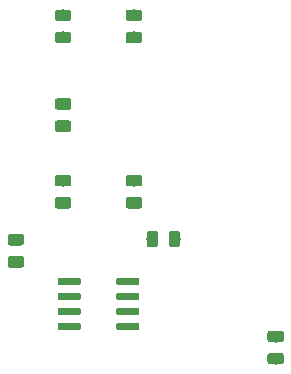
<source format=gbr>
G04 #@! TF.GenerationSoftware,KiCad,Pcbnew,5.1.2-f72e74a~84~ubuntu18.04.1*
G04 #@! TF.CreationDate,2019-05-17T10:17:23-07:00*
G04 #@! TF.ProjectId,NewVNA,4e657756-4e41-42e6-9b69-6361645f7063,CAT V.2*
G04 #@! TF.SameCoordinates,Original*
G04 #@! TF.FileFunction,Paste,Top*
G04 #@! TF.FilePolarity,Positive*
%FSLAX46Y46*%
G04 Gerber Fmt 4.6, Leading zero omitted, Abs format (unit mm)*
G04 Created by KiCad (PCBNEW 5.1.2-f72e74a~84~ubuntu18.04.1) date 2019-05-17 10:17:23*
%MOMM*%
%LPD*%
G04 APERTURE LIST*
%ADD10C,0.100000*%
%ADD11C,0.600000*%
%ADD12C,0.975000*%
G04 APERTURE END LIST*
D10*
G36*
X53314703Y-52295722D02*
G01*
X53329264Y-52297882D01*
X53343543Y-52301459D01*
X53357403Y-52306418D01*
X53370710Y-52312712D01*
X53383336Y-52320280D01*
X53395159Y-52329048D01*
X53406066Y-52338934D01*
X53415952Y-52349841D01*
X53424720Y-52361664D01*
X53432288Y-52374290D01*
X53438582Y-52387597D01*
X53443541Y-52401457D01*
X53447118Y-52415736D01*
X53449278Y-52430297D01*
X53450000Y-52445000D01*
X53450000Y-52745000D01*
X53449278Y-52759703D01*
X53447118Y-52774264D01*
X53443541Y-52788543D01*
X53438582Y-52802403D01*
X53432288Y-52815710D01*
X53424720Y-52828336D01*
X53415952Y-52840159D01*
X53406066Y-52851066D01*
X53395159Y-52860952D01*
X53383336Y-52869720D01*
X53370710Y-52877288D01*
X53357403Y-52883582D01*
X53343543Y-52888541D01*
X53329264Y-52892118D01*
X53314703Y-52894278D01*
X53300000Y-52895000D01*
X51650000Y-52895000D01*
X51635297Y-52894278D01*
X51620736Y-52892118D01*
X51606457Y-52888541D01*
X51592597Y-52883582D01*
X51579290Y-52877288D01*
X51566664Y-52869720D01*
X51554841Y-52860952D01*
X51543934Y-52851066D01*
X51534048Y-52840159D01*
X51525280Y-52828336D01*
X51517712Y-52815710D01*
X51511418Y-52802403D01*
X51506459Y-52788543D01*
X51502882Y-52774264D01*
X51500722Y-52759703D01*
X51500000Y-52745000D01*
X51500000Y-52445000D01*
X51500722Y-52430297D01*
X51502882Y-52415736D01*
X51506459Y-52401457D01*
X51511418Y-52387597D01*
X51517712Y-52374290D01*
X51525280Y-52361664D01*
X51534048Y-52349841D01*
X51543934Y-52338934D01*
X51554841Y-52329048D01*
X51566664Y-52320280D01*
X51579290Y-52312712D01*
X51592597Y-52306418D01*
X51606457Y-52301459D01*
X51620736Y-52297882D01*
X51635297Y-52295722D01*
X51650000Y-52295000D01*
X53300000Y-52295000D01*
X53314703Y-52295722D01*
X53314703Y-52295722D01*
G37*
D11*
X52475000Y-52595000D03*
D10*
G36*
X53314703Y-53565722D02*
G01*
X53329264Y-53567882D01*
X53343543Y-53571459D01*
X53357403Y-53576418D01*
X53370710Y-53582712D01*
X53383336Y-53590280D01*
X53395159Y-53599048D01*
X53406066Y-53608934D01*
X53415952Y-53619841D01*
X53424720Y-53631664D01*
X53432288Y-53644290D01*
X53438582Y-53657597D01*
X53443541Y-53671457D01*
X53447118Y-53685736D01*
X53449278Y-53700297D01*
X53450000Y-53715000D01*
X53450000Y-54015000D01*
X53449278Y-54029703D01*
X53447118Y-54044264D01*
X53443541Y-54058543D01*
X53438582Y-54072403D01*
X53432288Y-54085710D01*
X53424720Y-54098336D01*
X53415952Y-54110159D01*
X53406066Y-54121066D01*
X53395159Y-54130952D01*
X53383336Y-54139720D01*
X53370710Y-54147288D01*
X53357403Y-54153582D01*
X53343543Y-54158541D01*
X53329264Y-54162118D01*
X53314703Y-54164278D01*
X53300000Y-54165000D01*
X51650000Y-54165000D01*
X51635297Y-54164278D01*
X51620736Y-54162118D01*
X51606457Y-54158541D01*
X51592597Y-54153582D01*
X51579290Y-54147288D01*
X51566664Y-54139720D01*
X51554841Y-54130952D01*
X51543934Y-54121066D01*
X51534048Y-54110159D01*
X51525280Y-54098336D01*
X51517712Y-54085710D01*
X51511418Y-54072403D01*
X51506459Y-54058543D01*
X51502882Y-54044264D01*
X51500722Y-54029703D01*
X51500000Y-54015000D01*
X51500000Y-53715000D01*
X51500722Y-53700297D01*
X51502882Y-53685736D01*
X51506459Y-53671457D01*
X51511418Y-53657597D01*
X51517712Y-53644290D01*
X51525280Y-53631664D01*
X51534048Y-53619841D01*
X51543934Y-53608934D01*
X51554841Y-53599048D01*
X51566664Y-53590280D01*
X51579290Y-53582712D01*
X51592597Y-53576418D01*
X51606457Y-53571459D01*
X51620736Y-53567882D01*
X51635297Y-53565722D01*
X51650000Y-53565000D01*
X53300000Y-53565000D01*
X53314703Y-53565722D01*
X53314703Y-53565722D01*
G37*
D11*
X52475000Y-53865000D03*
D10*
G36*
X53314703Y-54835722D02*
G01*
X53329264Y-54837882D01*
X53343543Y-54841459D01*
X53357403Y-54846418D01*
X53370710Y-54852712D01*
X53383336Y-54860280D01*
X53395159Y-54869048D01*
X53406066Y-54878934D01*
X53415952Y-54889841D01*
X53424720Y-54901664D01*
X53432288Y-54914290D01*
X53438582Y-54927597D01*
X53443541Y-54941457D01*
X53447118Y-54955736D01*
X53449278Y-54970297D01*
X53450000Y-54985000D01*
X53450000Y-55285000D01*
X53449278Y-55299703D01*
X53447118Y-55314264D01*
X53443541Y-55328543D01*
X53438582Y-55342403D01*
X53432288Y-55355710D01*
X53424720Y-55368336D01*
X53415952Y-55380159D01*
X53406066Y-55391066D01*
X53395159Y-55400952D01*
X53383336Y-55409720D01*
X53370710Y-55417288D01*
X53357403Y-55423582D01*
X53343543Y-55428541D01*
X53329264Y-55432118D01*
X53314703Y-55434278D01*
X53300000Y-55435000D01*
X51650000Y-55435000D01*
X51635297Y-55434278D01*
X51620736Y-55432118D01*
X51606457Y-55428541D01*
X51592597Y-55423582D01*
X51579290Y-55417288D01*
X51566664Y-55409720D01*
X51554841Y-55400952D01*
X51543934Y-55391066D01*
X51534048Y-55380159D01*
X51525280Y-55368336D01*
X51517712Y-55355710D01*
X51511418Y-55342403D01*
X51506459Y-55328543D01*
X51502882Y-55314264D01*
X51500722Y-55299703D01*
X51500000Y-55285000D01*
X51500000Y-54985000D01*
X51500722Y-54970297D01*
X51502882Y-54955736D01*
X51506459Y-54941457D01*
X51511418Y-54927597D01*
X51517712Y-54914290D01*
X51525280Y-54901664D01*
X51534048Y-54889841D01*
X51543934Y-54878934D01*
X51554841Y-54869048D01*
X51566664Y-54860280D01*
X51579290Y-54852712D01*
X51592597Y-54846418D01*
X51606457Y-54841459D01*
X51620736Y-54837882D01*
X51635297Y-54835722D01*
X51650000Y-54835000D01*
X53300000Y-54835000D01*
X53314703Y-54835722D01*
X53314703Y-54835722D01*
G37*
D11*
X52475000Y-55135000D03*
D10*
G36*
X53314703Y-56105722D02*
G01*
X53329264Y-56107882D01*
X53343543Y-56111459D01*
X53357403Y-56116418D01*
X53370710Y-56122712D01*
X53383336Y-56130280D01*
X53395159Y-56139048D01*
X53406066Y-56148934D01*
X53415952Y-56159841D01*
X53424720Y-56171664D01*
X53432288Y-56184290D01*
X53438582Y-56197597D01*
X53443541Y-56211457D01*
X53447118Y-56225736D01*
X53449278Y-56240297D01*
X53450000Y-56255000D01*
X53450000Y-56555000D01*
X53449278Y-56569703D01*
X53447118Y-56584264D01*
X53443541Y-56598543D01*
X53438582Y-56612403D01*
X53432288Y-56625710D01*
X53424720Y-56638336D01*
X53415952Y-56650159D01*
X53406066Y-56661066D01*
X53395159Y-56670952D01*
X53383336Y-56679720D01*
X53370710Y-56687288D01*
X53357403Y-56693582D01*
X53343543Y-56698541D01*
X53329264Y-56702118D01*
X53314703Y-56704278D01*
X53300000Y-56705000D01*
X51650000Y-56705000D01*
X51635297Y-56704278D01*
X51620736Y-56702118D01*
X51606457Y-56698541D01*
X51592597Y-56693582D01*
X51579290Y-56687288D01*
X51566664Y-56679720D01*
X51554841Y-56670952D01*
X51543934Y-56661066D01*
X51534048Y-56650159D01*
X51525280Y-56638336D01*
X51517712Y-56625710D01*
X51511418Y-56612403D01*
X51506459Y-56598543D01*
X51502882Y-56584264D01*
X51500722Y-56569703D01*
X51500000Y-56555000D01*
X51500000Y-56255000D01*
X51500722Y-56240297D01*
X51502882Y-56225736D01*
X51506459Y-56211457D01*
X51511418Y-56197597D01*
X51517712Y-56184290D01*
X51525280Y-56171664D01*
X51534048Y-56159841D01*
X51543934Y-56148934D01*
X51554841Y-56139048D01*
X51566664Y-56130280D01*
X51579290Y-56122712D01*
X51592597Y-56116418D01*
X51606457Y-56111459D01*
X51620736Y-56107882D01*
X51635297Y-56105722D01*
X51650000Y-56105000D01*
X53300000Y-56105000D01*
X53314703Y-56105722D01*
X53314703Y-56105722D01*
G37*
D11*
X52475000Y-56405000D03*
D10*
G36*
X48364703Y-56105722D02*
G01*
X48379264Y-56107882D01*
X48393543Y-56111459D01*
X48407403Y-56116418D01*
X48420710Y-56122712D01*
X48433336Y-56130280D01*
X48445159Y-56139048D01*
X48456066Y-56148934D01*
X48465952Y-56159841D01*
X48474720Y-56171664D01*
X48482288Y-56184290D01*
X48488582Y-56197597D01*
X48493541Y-56211457D01*
X48497118Y-56225736D01*
X48499278Y-56240297D01*
X48500000Y-56255000D01*
X48500000Y-56555000D01*
X48499278Y-56569703D01*
X48497118Y-56584264D01*
X48493541Y-56598543D01*
X48488582Y-56612403D01*
X48482288Y-56625710D01*
X48474720Y-56638336D01*
X48465952Y-56650159D01*
X48456066Y-56661066D01*
X48445159Y-56670952D01*
X48433336Y-56679720D01*
X48420710Y-56687288D01*
X48407403Y-56693582D01*
X48393543Y-56698541D01*
X48379264Y-56702118D01*
X48364703Y-56704278D01*
X48350000Y-56705000D01*
X46700000Y-56705000D01*
X46685297Y-56704278D01*
X46670736Y-56702118D01*
X46656457Y-56698541D01*
X46642597Y-56693582D01*
X46629290Y-56687288D01*
X46616664Y-56679720D01*
X46604841Y-56670952D01*
X46593934Y-56661066D01*
X46584048Y-56650159D01*
X46575280Y-56638336D01*
X46567712Y-56625710D01*
X46561418Y-56612403D01*
X46556459Y-56598543D01*
X46552882Y-56584264D01*
X46550722Y-56569703D01*
X46550000Y-56555000D01*
X46550000Y-56255000D01*
X46550722Y-56240297D01*
X46552882Y-56225736D01*
X46556459Y-56211457D01*
X46561418Y-56197597D01*
X46567712Y-56184290D01*
X46575280Y-56171664D01*
X46584048Y-56159841D01*
X46593934Y-56148934D01*
X46604841Y-56139048D01*
X46616664Y-56130280D01*
X46629290Y-56122712D01*
X46642597Y-56116418D01*
X46656457Y-56111459D01*
X46670736Y-56107882D01*
X46685297Y-56105722D01*
X46700000Y-56105000D01*
X48350000Y-56105000D01*
X48364703Y-56105722D01*
X48364703Y-56105722D01*
G37*
D11*
X47525000Y-56405000D03*
D10*
G36*
X48364703Y-54835722D02*
G01*
X48379264Y-54837882D01*
X48393543Y-54841459D01*
X48407403Y-54846418D01*
X48420710Y-54852712D01*
X48433336Y-54860280D01*
X48445159Y-54869048D01*
X48456066Y-54878934D01*
X48465952Y-54889841D01*
X48474720Y-54901664D01*
X48482288Y-54914290D01*
X48488582Y-54927597D01*
X48493541Y-54941457D01*
X48497118Y-54955736D01*
X48499278Y-54970297D01*
X48500000Y-54985000D01*
X48500000Y-55285000D01*
X48499278Y-55299703D01*
X48497118Y-55314264D01*
X48493541Y-55328543D01*
X48488582Y-55342403D01*
X48482288Y-55355710D01*
X48474720Y-55368336D01*
X48465952Y-55380159D01*
X48456066Y-55391066D01*
X48445159Y-55400952D01*
X48433336Y-55409720D01*
X48420710Y-55417288D01*
X48407403Y-55423582D01*
X48393543Y-55428541D01*
X48379264Y-55432118D01*
X48364703Y-55434278D01*
X48350000Y-55435000D01*
X46700000Y-55435000D01*
X46685297Y-55434278D01*
X46670736Y-55432118D01*
X46656457Y-55428541D01*
X46642597Y-55423582D01*
X46629290Y-55417288D01*
X46616664Y-55409720D01*
X46604841Y-55400952D01*
X46593934Y-55391066D01*
X46584048Y-55380159D01*
X46575280Y-55368336D01*
X46567712Y-55355710D01*
X46561418Y-55342403D01*
X46556459Y-55328543D01*
X46552882Y-55314264D01*
X46550722Y-55299703D01*
X46550000Y-55285000D01*
X46550000Y-54985000D01*
X46550722Y-54970297D01*
X46552882Y-54955736D01*
X46556459Y-54941457D01*
X46561418Y-54927597D01*
X46567712Y-54914290D01*
X46575280Y-54901664D01*
X46584048Y-54889841D01*
X46593934Y-54878934D01*
X46604841Y-54869048D01*
X46616664Y-54860280D01*
X46629290Y-54852712D01*
X46642597Y-54846418D01*
X46656457Y-54841459D01*
X46670736Y-54837882D01*
X46685297Y-54835722D01*
X46700000Y-54835000D01*
X48350000Y-54835000D01*
X48364703Y-54835722D01*
X48364703Y-54835722D01*
G37*
D11*
X47525000Y-55135000D03*
D10*
G36*
X48364703Y-53565722D02*
G01*
X48379264Y-53567882D01*
X48393543Y-53571459D01*
X48407403Y-53576418D01*
X48420710Y-53582712D01*
X48433336Y-53590280D01*
X48445159Y-53599048D01*
X48456066Y-53608934D01*
X48465952Y-53619841D01*
X48474720Y-53631664D01*
X48482288Y-53644290D01*
X48488582Y-53657597D01*
X48493541Y-53671457D01*
X48497118Y-53685736D01*
X48499278Y-53700297D01*
X48500000Y-53715000D01*
X48500000Y-54015000D01*
X48499278Y-54029703D01*
X48497118Y-54044264D01*
X48493541Y-54058543D01*
X48488582Y-54072403D01*
X48482288Y-54085710D01*
X48474720Y-54098336D01*
X48465952Y-54110159D01*
X48456066Y-54121066D01*
X48445159Y-54130952D01*
X48433336Y-54139720D01*
X48420710Y-54147288D01*
X48407403Y-54153582D01*
X48393543Y-54158541D01*
X48379264Y-54162118D01*
X48364703Y-54164278D01*
X48350000Y-54165000D01*
X46700000Y-54165000D01*
X46685297Y-54164278D01*
X46670736Y-54162118D01*
X46656457Y-54158541D01*
X46642597Y-54153582D01*
X46629290Y-54147288D01*
X46616664Y-54139720D01*
X46604841Y-54130952D01*
X46593934Y-54121066D01*
X46584048Y-54110159D01*
X46575280Y-54098336D01*
X46567712Y-54085710D01*
X46561418Y-54072403D01*
X46556459Y-54058543D01*
X46552882Y-54044264D01*
X46550722Y-54029703D01*
X46550000Y-54015000D01*
X46550000Y-53715000D01*
X46550722Y-53700297D01*
X46552882Y-53685736D01*
X46556459Y-53671457D01*
X46561418Y-53657597D01*
X46567712Y-53644290D01*
X46575280Y-53631664D01*
X46584048Y-53619841D01*
X46593934Y-53608934D01*
X46604841Y-53599048D01*
X46616664Y-53590280D01*
X46629290Y-53582712D01*
X46642597Y-53576418D01*
X46656457Y-53571459D01*
X46670736Y-53567882D01*
X46685297Y-53565722D01*
X46700000Y-53565000D01*
X48350000Y-53565000D01*
X48364703Y-53565722D01*
X48364703Y-53565722D01*
G37*
D11*
X47525000Y-53865000D03*
D10*
G36*
X48364703Y-52295722D02*
G01*
X48379264Y-52297882D01*
X48393543Y-52301459D01*
X48407403Y-52306418D01*
X48420710Y-52312712D01*
X48433336Y-52320280D01*
X48445159Y-52329048D01*
X48456066Y-52338934D01*
X48465952Y-52349841D01*
X48474720Y-52361664D01*
X48482288Y-52374290D01*
X48488582Y-52387597D01*
X48493541Y-52401457D01*
X48497118Y-52415736D01*
X48499278Y-52430297D01*
X48500000Y-52445000D01*
X48500000Y-52745000D01*
X48499278Y-52759703D01*
X48497118Y-52774264D01*
X48493541Y-52788543D01*
X48488582Y-52802403D01*
X48482288Y-52815710D01*
X48474720Y-52828336D01*
X48465952Y-52840159D01*
X48456066Y-52851066D01*
X48445159Y-52860952D01*
X48433336Y-52869720D01*
X48420710Y-52877288D01*
X48407403Y-52883582D01*
X48393543Y-52888541D01*
X48379264Y-52892118D01*
X48364703Y-52894278D01*
X48350000Y-52895000D01*
X46700000Y-52895000D01*
X46685297Y-52894278D01*
X46670736Y-52892118D01*
X46656457Y-52888541D01*
X46642597Y-52883582D01*
X46629290Y-52877288D01*
X46616664Y-52869720D01*
X46604841Y-52860952D01*
X46593934Y-52851066D01*
X46584048Y-52840159D01*
X46575280Y-52828336D01*
X46567712Y-52815710D01*
X46561418Y-52802403D01*
X46556459Y-52788543D01*
X46552882Y-52774264D01*
X46550722Y-52759703D01*
X46550000Y-52745000D01*
X46550000Y-52445000D01*
X46550722Y-52430297D01*
X46552882Y-52415736D01*
X46556459Y-52401457D01*
X46561418Y-52387597D01*
X46567712Y-52374290D01*
X46575280Y-52361664D01*
X46584048Y-52349841D01*
X46593934Y-52338934D01*
X46604841Y-52329048D01*
X46616664Y-52320280D01*
X46629290Y-52312712D01*
X46642597Y-52306418D01*
X46656457Y-52301459D01*
X46670736Y-52297882D01*
X46685297Y-52295722D01*
X46700000Y-52295000D01*
X48350000Y-52295000D01*
X48364703Y-52295722D01*
X48364703Y-52295722D01*
G37*
D11*
X47525000Y-52595000D03*
D10*
G36*
X54830142Y-48301174D02*
G01*
X54853803Y-48304684D01*
X54877007Y-48310496D01*
X54899529Y-48318554D01*
X54921153Y-48328782D01*
X54941670Y-48341079D01*
X54960883Y-48355329D01*
X54978607Y-48371393D01*
X54994671Y-48389117D01*
X55008921Y-48408330D01*
X55021218Y-48428847D01*
X55031446Y-48450471D01*
X55039504Y-48472993D01*
X55045316Y-48496197D01*
X55048826Y-48519858D01*
X55050000Y-48543750D01*
X55050000Y-49456250D01*
X55048826Y-49480142D01*
X55045316Y-49503803D01*
X55039504Y-49527007D01*
X55031446Y-49549529D01*
X55021218Y-49571153D01*
X55008921Y-49591670D01*
X54994671Y-49610883D01*
X54978607Y-49628607D01*
X54960883Y-49644671D01*
X54941670Y-49658921D01*
X54921153Y-49671218D01*
X54899529Y-49681446D01*
X54877007Y-49689504D01*
X54853803Y-49695316D01*
X54830142Y-49698826D01*
X54806250Y-49700000D01*
X54318750Y-49700000D01*
X54294858Y-49698826D01*
X54271197Y-49695316D01*
X54247993Y-49689504D01*
X54225471Y-49681446D01*
X54203847Y-49671218D01*
X54183330Y-49658921D01*
X54164117Y-49644671D01*
X54146393Y-49628607D01*
X54130329Y-49610883D01*
X54116079Y-49591670D01*
X54103782Y-49571153D01*
X54093554Y-49549529D01*
X54085496Y-49527007D01*
X54079684Y-49503803D01*
X54076174Y-49480142D01*
X54075000Y-49456250D01*
X54075000Y-48543750D01*
X54076174Y-48519858D01*
X54079684Y-48496197D01*
X54085496Y-48472993D01*
X54093554Y-48450471D01*
X54103782Y-48428847D01*
X54116079Y-48408330D01*
X54130329Y-48389117D01*
X54146393Y-48371393D01*
X54164117Y-48355329D01*
X54183330Y-48341079D01*
X54203847Y-48328782D01*
X54225471Y-48318554D01*
X54247993Y-48310496D01*
X54271197Y-48304684D01*
X54294858Y-48301174D01*
X54318750Y-48300000D01*
X54806250Y-48300000D01*
X54830142Y-48301174D01*
X54830142Y-48301174D01*
G37*
D12*
X54562500Y-49000000D03*
D10*
G36*
X56705142Y-48301174D02*
G01*
X56728803Y-48304684D01*
X56752007Y-48310496D01*
X56774529Y-48318554D01*
X56796153Y-48328782D01*
X56816670Y-48341079D01*
X56835883Y-48355329D01*
X56853607Y-48371393D01*
X56869671Y-48389117D01*
X56883921Y-48408330D01*
X56896218Y-48428847D01*
X56906446Y-48450471D01*
X56914504Y-48472993D01*
X56920316Y-48496197D01*
X56923826Y-48519858D01*
X56925000Y-48543750D01*
X56925000Y-49456250D01*
X56923826Y-49480142D01*
X56920316Y-49503803D01*
X56914504Y-49527007D01*
X56906446Y-49549529D01*
X56896218Y-49571153D01*
X56883921Y-49591670D01*
X56869671Y-49610883D01*
X56853607Y-49628607D01*
X56835883Y-49644671D01*
X56816670Y-49658921D01*
X56796153Y-49671218D01*
X56774529Y-49681446D01*
X56752007Y-49689504D01*
X56728803Y-49695316D01*
X56705142Y-49698826D01*
X56681250Y-49700000D01*
X56193750Y-49700000D01*
X56169858Y-49698826D01*
X56146197Y-49695316D01*
X56122993Y-49689504D01*
X56100471Y-49681446D01*
X56078847Y-49671218D01*
X56058330Y-49658921D01*
X56039117Y-49644671D01*
X56021393Y-49628607D01*
X56005329Y-49610883D01*
X55991079Y-49591670D01*
X55978782Y-49571153D01*
X55968554Y-49549529D01*
X55960496Y-49527007D01*
X55954684Y-49503803D01*
X55951174Y-49480142D01*
X55950000Y-49456250D01*
X55950000Y-48543750D01*
X55951174Y-48519858D01*
X55954684Y-48496197D01*
X55960496Y-48472993D01*
X55968554Y-48450471D01*
X55978782Y-48428847D01*
X55991079Y-48408330D01*
X56005329Y-48389117D01*
X56021393Y-48371393D01*
X56039117Y-48355329D01*
X56058330Y-48341079D01*
X56078847Y-48328782D01*
X56100471Y-48318554D01*
X56122993Y-48310496D01*
X56146197Y-48304684D01*
X56169858Y-48301174D01*
X56193750Y-48300000D01*
X56681250Y-48300000D01*
X56705142Y-48301174D01*
X56705142Y-48301174D01*
G37*
D12*
X56437500Y-49000000D03*
D10*
G36*
X53480142Y-31451174D02*
G01*
X53503803Y-31454684D01*
X53527007Y-31460496D01*
X53549529Y-31468554D01*
X53571153Y-31478782D01*
X53591670Y-31491079D01*
X53610883Y-31505329D01*
X53628607Y-31521393D01*
X53644671Y-31539117D01*
X53658921Y-31558330D01*
X53671218Y-31578847D01*
X53681446Y-31600471D01*
X53689504Y-31622993D01*
X53695316Y-31646197D01*
X53698826Y-31669858D01*
X53700000Y-31693750D01*
X53700000Y-32181250D01*
X53698826Y-32205142D01*
X53695316Y-32228803D01*
X53689504Y-32252007D01*
X53681446Y-32274529D01*
X53671218Y-32296153D01*
X53658921Y-32316670D01*
X53644671Y-32335883D01*
X53628607Y-32353607D01*
X53610883Y-32369671D01*
X53591670Y-32383921D01*
X53571153Y-32396218D01*
X53549529Y-32406446D01*
X53527007Y-32414504D01*
X53503803Y-32420316D01*
X53480142Y-32423826D01*
X53456250Y-32425000D01*
X52543750Y-32425000D01*
X52519858Y-32423826D01*
X52496197Y-32420316D01*
X52472993Y-32414504D01*
X52450471Y-32406446D01*
X52428847Y-32396218D01*
X52408330Y-32383921D01*
X52389117Y-32369671D01*
X52371393Y-32353607D01*
X52355329Y-32335883D01*
X52341079Y-32316670D01*
X52328782Y-32296153D01*
X52318554Y-32274529D01*
X52310496Y-32252007D01*
X52304684Y-32228803D01*
X52301174Y-32205142D01*
X52300000Y-32181250D01*
X52300000Y-31693750D01*
X52301174Y-31669858D01*
X52304684Y-31646197D01*
X52310496Y-31622993D01*
X52318554Y-31600471D01*
X52328782Y-31578847D01*
X52341079Y-31558330D01*
X52355329Y-31539117D01*
X52371393Y-31521393D01*
X52389117Y-31505329D01*
X52408330Y-31491079D01*
X52428847Y-31478782D01*
X52450471Y-31468554D01*
X52472993Y-31460496D01*
X52496197Y-31454684D01*
X52519858Y-31451174D01*
X52543750Y-31450000D01*
X53456250Y-31450000D01*
X53480142Y-31451174D01*
X53480142Y-31451174D01*
G37*
D12*
X53000000Y-31937500D03*
D10*
G36*
X53480142Y-29576174D02*
G01*
X53503803Y-29579684D01*
X53527007Y-29585496D01*
X53549529Y-29593554D01*
X53571153Y-29603782D01*
X53591670Y-29616079D01*
X53610883Y-29630329D01*
X53628607Y-29646393D01*
X53644671Y-29664117D01*
X53658921Y-29683330D01*
X53671218Y-29703847D01*
X53681446Y-29725471D01*
X53689504Y-29747993D01*
X53695316Y-29771197D01*
X53698826Y-29794858D01*
X53700000Y-29818750D01*
X53700000Y-30306250D01*
X53698826Y-30330142D01*
X53695316Y-30353803D01*
X53689504Y-30377007D01*
X53681446Y-30399529D01*
X53671218Y-30421153D01*
X53658921Y-30441670D01*
X53644671Y-30460883D01*
X53628607Y-30478607D01*
X53610883Y-30494671D01*
X53591670Y-30508921D01*
X53571153Y-30521218D01*
X53549529Y-30531446D01*
X53527007Y-30539504D01*
X53503803Y-30545316D01*
X53480142Y-30548826D01*
X53456250Y-30550000D01*
X52543750Y-30550000D01*
X52519858Y-30548826D01*
X52496197Y-30545316D01*
X52472993Y-30539504D01*
X52450471Y-30531446D01*
X52428847Y-30521218D01*
X52408330Y-30508921D01*
X52389117Y-30494671D01*
X52371393Y-30478607D01*
X52355329Y-30460883D01*
X52341079Y-30441670D01*
X52328782Y-30421153D01*
X52318554Y-30399529D01*
X52310496Y-30377007D01*
X52304684Y-30353803D01*
X52301174Y-30330142D01*
X52300000Y-30306250D01*
X52300000Y-29818750D01*
X52301174Y-29794858D01*
X52304684Y-29771197D01*
X52310496Y-29747993D01*
X52318554Y-29725471D01*
X52328782Y-29703847D01*
X52341079Y-29683330D01*
X52355329Y-29664117D01*
X52371393Y-29646393D01*
X52389117Y-29630329D01*
X52408330Y-29616079D01*
X52428847Y-29603782D01*
X52450471Y-29593554D01*
X52472993Y-29585496D01*
X52496197Y-29579684D01*
X52519858Y-29576174D01*
X52543750Y-29575000D01*
X53456250Y-29575000D01*
X53480142Y-29576174D01*
X53480142Y-29576174D01*
G37*
D12*
X53000000Y-30062500D03*
D10*
G36*
X53480142Y-45451174D02*
G01*
X53503803Y-45454684D01*
X53527007Y-45460496D01*
X53549529Y-45468554D01*
X53571153Y-45478782D01*
X53591670Y-45491079D01*
X53610883Y-45505329D01*
X53628607Y-45521393D01*
X53644671Y-45539117D01*
X53658921Y-45558330D01*
X53671218Y-45578847D01*
X53681446Y-45600471D01*
X53689504Y-45622993D01*
X53695316Y-45646197D01*
X53698826Y-45669858D01*
X53700000Y-45693750D01*
X53700000Y-46181250D01*
X53698826Y-46205142D01*
X53695316Y-46228803D01*
X53689504Y-46252007D01*
X53681446Y-46274529D01*
X53671218Y-46296153D01*
X53658921Y-46316670D01*
X53644671Y-46335883D01*
X53628607Y-46353607D01*
X53610883Y-46369671D01*
X53591670Y-46383921D01*
X53571153Y-46396218D01*
X53549529Y-46406446D01*
X53527007Y-46414504D01*
X53503803Y-46420316D01*
X53480142Y-46423826D01*
X53456250Y-46425000D01*
X52543750Y-46425000D01*
X52519858Y-46423826D01*
X52496197Y-46420316D01*
X52472993Y-46414504D01*
X52450471Y-46406446D01*
X52428847Y-46396218D01*
X52408330Y-46383921D01*
X52389117Y-46369671D01*
X52371393Y-46353607D01*
X52355329Y-46335883D01*
X52341079Y-46316670D01*
X52328782Y-46296153D01*
X52318554Y-46274529D01*
X52310496Y-46252007D01*
X52304684Y-46228803D01*
X52301174Y-46205142D01*
X52300000Y-46181250D01*
X52300000Y-45693750D01*
X52301174Y-45669858D01*
X52304684Y-45646197D01*
X52310496Y-45622993D01*
X52318554Y-45600471D01*
X52328782Y-45578847D01*
X52341079Y-45558330D01*
X52355329Y-45539117D01*
X52371393Y-45521393D01*
X52389117Y-45505329D01*
X52408330Y-45491079D01*
X52428847Y-45478782D01*
X52450471Y-45468554D01*
X52472993Y-45460496D01*
X52496197Y-45454684D01*
X52519858Y-45451174D01*
X52543750Y-45450000D01*
X53456250Y-45450000D01*
X53480142Y-45451174D01*
X53480142Y-45451174D01*
G37*
D12*
X53000000Y-45937500D03*
D10*
G36*
X53480142Y-43576174D02*
G01*
X53503803Y-43579684D01*
X53527007Y-43585496D01*
X53549529Y-43593554D01*
X53571153Y-43603782D01*
X53591670Y-43616079D01*
X53610883Y-43630329D01*
X53628607Y-43646393D01*
X53644671Y-43664117D01*
X53658921Y-43683330D01*
X53671218Y-43703847D01*
X53681446Y-43725471D01*
X53689504Y-43747993D01*
X53695316Y-43771197D01*
X53698826Y-43794858D01*
X53700000Y-43818750D01*
X53700000Y-44306250D01*
X53698826Y-44330142D01*
X53695316Y-44353803D01*
X53689504Y-44377007D01*
X53681446Y-44399529D01*
X53671218Y-44421153D01*
X53658921Y-44441670D01*
X53644671Y-44460883D01*
X53628607Y-44478607D01*
X53610883Y-44494671D01*
X53591670Y-44508921D01*
X53571153Y-44521218D01*
X53549529Y-44531446D01*
X53527007Y-44539504D01*
X53503803Y-44545316D01*
X53480142Y-44548826D01*
X53456250Y-44550000D01*
X52543750Y-44550000D01*
X52519858Y-44548826D01*
X52496197Y-44545316D01*
X52472993Y-44539504D01*
X52450471Y-44531446D01*
X52428847Y-44521218D01*
X52408330Y-44508921D01*
X52389117Y-44494671D01*
X52371393Y-44478607D01*
X52355329Y-44460883D01*
X52341079Y-44441670D01*
X52328782Y-44421153D01*
X52318554Y-44399529D01*
X52310496Y-44377007D01*
X52304684Y-44353803D01*
X52301174Y-44330142D01*
X52300000Y-44306250D01*
X52300000Y-43818750D01*
X52301174Y-43794858D01*
X52304684Y-43771197D01*
X52310496Y-43747993D01*
X52318554Y-43725471D01*
X52328782Y-43703847D01*
X52341079Y-43683330D01*
X52355329Y-43664117D01*
X52371393Y-43646393D01*
X52389117Y-43630329D01*
X52408330Y-43616079D01*
X52428847Y-43603782D01*
X52450471Y-43593554D01*
X52472993Y-43585496D01*
X52496197Y-43579684D01*
X52519858Y-43576174D01*
X52543750Y-43575000D01*
X53456250Y-43575000D01*
X53480142Y-43576174D01*
X53480142Y-43576174D01*
G37*
D12*
X53000000Y-44062500D03*
D10*
G36*
X47480142Y-45451174D02*
G01*
X47503803Y-45454684D01*
X47527007Y-45460496D01*
X47549529Y-45468554D01*
X47571153Y-45478782D01*
X47591670Y-45491079D01*
X47610883Y-45505329D01*
X47628607Y-45521393D01*
X47644671Y-45539117D01*
X47658921Y-45558330D01*
X47671218Y-45578847D01*
X47681446Y-45600471D01*
X47689504Y-45622993D01*
X47695316Y-45646197D01*
X47698826Y-45669858D01*
X47700000Y-45693750D01*
X47700000Y-46181250D01*
X47698826Y-46205142D01*
X47695316Y-46228803D01*
X47689504Y-46252007D01*
X47681446Y-46274529D01*
X47671218Y-46296153D01*
X47658921Y-46316670D01*
X47644671Y-46335883D01*
X47628607Y-46353607D01*
X47610883Y-46369671D01*
X47591670Y-46383921D01*
X47571153Y-46396218D01*
X47549529Y-46406446D01*
X47527007Y-46414504D01*
X47503803Y-46420316D01*
X47480142Y-46423826D01*
X47456250Y-46425000D01*
X46543750Y-46425000D01*
X46519858Y-46423826D01*
X46496197Y-46420316D01*
X46472993Y-46414504D01*
X46450471Y-46406446D01*
X46428847Y-46396218D01*
X46408330Y-46383921D01*
X46389117Y-46369671D01*
X46371393Y-46353607D01*
X46355329Y-46335883D01*
X46341079Y-46316670D01*
X46328782Y-46296153D01*
X46318554Y-46274529D01*
X46310496Y-46252007D01*
X46304684Y-46228803D01*
X46301174Y-46205142D01*
X46300000Y-46181250D01*
X46300000Y-45693750D01*
X46301174Y-45669858D01*
X46304684Y-45646197D01*
X46310496Y-45622993D01*
X46318554Y-45600471D01*
X46328782Y-45578847D01*
X46341079Y-45558330D01*
X46355329Y-45539117D01*
X46371393Y-45521393D01*
X46389117Y-45505329D01*
X46408330Y-45491079D01*
X46428847Y-45478782D01*
X46450471Y-45468554D01*
X46472993Y-45460496D01*
X46496197Y-45454684D01*
X46519858Y-45451174D01*
X46543750Y-45450000D01*
X47456250Y-45450000D01*
X47480142Y-45451174D01*
X47480142Y-45451174D01*
G37*
D12*
X47000000Y-45937500D03*
D10*
G36*
X47480142Y-43576174D02*
G01*
X47503803Y-43579684D01*
X47527007Y-43585496D01*
X47549529Y-43593554D01*
X47571153Y-43603782D01*
X47591670Y-43616079D01*
X47610883Y-43630329D01*
X47628607Y-43646393D01*
X47644671Y-43664117D01*
X47658921Y-43683330D01*
X47671218Y-43703847D01*
X47681446Y-43725471D01*
X47689504Y-43747993D01*
X47695316Y-43771197D01*
X47698826Y-43794858D01*
X47700000Y-43818750D01*
X47700000Y-44306250D01*
X47698826Y-44330142D01*
X47695316Y-44353803D01*
X47689504Y-44377007D01*
X47681446Y-44399529D01*
X47671218Y-44421153D01*
X47658921Y-44441670D01*
X47644671Y-44460883D01*
X47628607Y-44478607D01*
X47610883Y-44494671D01*
X47591670Y-44508921D01*
X47571153Y-44521218D01*
X47549529Y-44531446D01*
X47527007Y-44539504D01*
X47503803Y-44545316D01*
X47480142Y-44548826D01*
X47456250Y-44550000D01*
X46543750Y-44550000D01*
X46519858Y-44548826D01*
X46496197Y-44545316D01*
X46472993Y-44539504D01*
X46450471Y-44531446D01*
X46428847Y-44521218D01*
X46408330Y-44508921D01*
X46389117Y-44494671D01*
X46371393Y-44478607D01*
X46355329Y-44460883D01*
X46341079Y-44441670D01*
X46328782Y-44421153D01*
X46318554Y-44399529D01*
X46310496Y-44377007D01*
X46304684Y-44353803D01*
X46301174Y-44330142D01*
X46300000Y-44306250D01*
X46300000Y-43818750D01*
X46301174Y-43794858D01*
X46304684Y-43771197D01*
X46310496Y-43747993D01*
X46318554Y-43725471D01*
X46328782Y-43703847D01*
X46341079Y-43683330D01*
X46355329Y-43664117D01*
X46371393Y-43646393D01*
X46389117Y-43630329D01*
X46408330Y-43616079D01*
X46428847Y-43603782D01*
X46450471Y-43593554D01*
X46472993Y-43585496D01*
X46496197Y-43579684D01*
X46519858Y-43576174D01*
X46543750Y-43575000D01*
X47456250Y-43575000D01*
X47480142Y-43576174D01*
X47480142Y-43576174D01*
G37*
D12*
X47000000Y-44062500D03*
D10*
G36*
X47480142Y-38951174D02*
G01*
X47503803Y-38954684D01*
X47527007Y-38960496D01*
X47549529Y-38968554D01*
X47571153Y-38978782D01*
X47591670Y-38991079D01*
X47610883Y-39005329D01*
X47628607Y-39021393D01*
X47644671Y-39039117D01*
X47658921Y-39058330D01*
X47671218Y-39078847D01*
X47681446Y-39100471D01*
X47689504Y-39122993D01*
X47695316Y-39146197D01*
X47698826Y-39169858D01*
X47700000Y-39193750D01*
X47700000Y-39681250D01*
X47698826Y-39705142D01*
X47695316Y-39728803D01*
X47689504Y-39752007D01*
X47681446Y-39774529D01*
X47671218Y-39796153D01*
X47658921Y-39816670D01*
X47644671Y-39835883D01*
X47628607Y-39853607D01*
X47610883Y-39869671D01*
X47591670Y-39883921D01*
X47571153Y-39896218D01*
X47549529Y-39906446D01*
X47527007Y-39914504D01*
X47503803Y-39920316D01*
X47480142Y-39923826D01*
X47456250Y-39925000D01*
X46543750Y-39925000D01*
X46519858Y-39923826D01*
X46496197Y-39920316D01*
X46472993Y-39914504D01*
X46450471Y-39906446D01*
X46428847Y-39896218D01*
X46408330Y-39883921D01*
X46389117Y-39869671D01*
X46371393Y-39853607D01*
X46355329Y-39835883D01*
X46341079Y-39816670D01*
X46328782Y-39796153D01*
X46318554Y-39774529D01*
X46310496Y-39752007D01*
X46304684Y-39728803D01*
X46301174Y-39705142D01*
X46300000Y-39681250D01*
X46300000Y-39193750D01*
X46301174Y-39169858D01*
X46304684Y-39146197D01*
X46310496Y-39122993D01*
X46318554Y-39100471D01*
X46328782Y-39078847D01*
X46341079Y-39058330D01*
X46355329Y-39039117D01*
X46371393Y-39021393D01*
X46389117Y-39005329D01*
X46408330Y-38991079D01*
X46428847Y-38978782D01*
X46450471Y-38968554D01*
X46472993Y-38960496D01*
X46496197Y-38954684D01*
X46519858Y-38951174D01*
X46543750Y-38950000D01*
X47456250Y-38950000D01*
X47480142Y-38951174D01*
X47480142Y-38951174D01*
G37*
D12*
X47000000Y-39437500D03*
D10*
G36*
X47480142Y-37076174D02*
G01*
X47503803Y-37079684D01*
X47527007Y-37085496D01*
X47549529Y-37093554D01*
X47571153Y-37103782D01*
X47591670Y-37116079D01*
X47610883Y-37130329D01*
X47628607Y-37146393D01*
X47644671Y-37164117D01*
X47658921Y-37183330D01*
X47671218Y-37203847D01*
X47681446Y-37225471D01*
X47689504Y-37247993D01*
X47695316Y-37271197D01*
X47698826Y-37294858D01*
X47700000Y-37318750D01*
X47700000Y-37806250D01*
X47698826Y-37830142D01*
X47695316Y-37853803D01*
X47689504Y-37877007D01*
X47681446Y-37899529D01*
X47671218Y-37921153D01*
X47658921Y-37941670D01*
X47644671Y-37960883D01*
X47628607Y-37978607D01*
X47610883Y-37994671D01*
X47591670Y-38008921D01*
X47571153Y-38021218D01*
X47549529Y-38031446D01*
X47527007Y-38039504D01*
X47503803Y-38045316D01*
X47480142Y-38048826D01*
X47456250Y-38050000D01*
X46543750Y-38050000D01*
X46519858Y-38048826D01*
X46496197Y-38045316D01*
X46472993Y-38039504D01*
X46450471Y-38031446D01*
X46428847Y-38021218D01*
X46408330Y-38008921D01*
X46389117Y-37994671D01*
X46371393Y-37978607D01*
X46355329Y-37960883D01*
X46341079Y-37941670D01*
X46328782Y-37921153D01*
X46318554Y-37899529D01*
X46310496Y-37877007D01*
X46304684Y-37853803D01*
X46301174Y-37830142D01*
X46300000Y-37806250D01*
X46300000Y-37318750D01*
X46301174Y-37294858D01*
X46304684Y-37271197D01*
X46310496Y-37247993D01*
X46318554Y-37225471D01*
X46328782Y-37203847D01*
X46341079Y-37183330D01*
X46355329Y-37164117D01*
X46371393Y-37146393D01*
X46389117Y-37130329D01*
X46408330Y-37116079D01*
X46428847Y-37103782D01*
X46450471Y-37093554D01*
X46472993Y-37085496D01*
X46496197Y-37079684D01*
X46519858Y-37076174D01*
X46543750Y-37075000D01*
X47456250Y-37075000D01*
X47480142Y-37076174D01*
X47480142Y-37076174D01*
G37*
D12*
X47000000Y-37562500D03*
D10*
G36*
X47480142Y-31451174D02*
G01*
X47503803Y-31454684D01*
X47527007Y-31460496D01*
X47549529Y-31468554D01*
X47571153Y-31478782D01*
X47591670Y-31491079D01*
X47610883Y-31505329D01*
X47628607Y-31521393D01*
X47644671Y-31539117D01*
X47658921Y-31558330D01*
X47671218Y-31578847D01*
X47681446Y-31600471D01*
X47689504Y-31622993D01*
X47695316Y-31646197D01*
X47698826Y-31669858D01*
X47700000Y-31693750D01*
X47700000Y-32181250D01*
X47698826Y-32205142D01*
X47695316Y-32228803D01*
X47689504Y-32252007D01*
X47681446Y-32274529D01*
X47671218Y-32296153D01*
X47658921Y-32316670D01*
X47644671Y-32335883D01*
X47628607Y-32353607D01*
X47610883Y-32369671D01*
X47591670Y-32383921D01*
X47571153Y-32396218D01*
X47549529Y-32406446D01*
X47527007Y-32414504D01*
X47503803Y-32420316D01*
X47480142Y-32423826D01*
X47456250Y-32425000D01*
X46543750Y-32425000D01*
X46519858Y-32423826D01*
X46496197Y-32420316D01*
X46472993Y-32414504D01*
X46450471Y-32406446D01*
X46428847Y-32396218D01*
X46408330Y-32383921D01*
X46389117Y-32369671D01*
X46371393Y-32353607D01*
X46355329Y-32335883D01*
X46341079Y-32316670D01*
X46328782Y-32296153D01*
X46318554Y-32274529D01*
X46310496Y-32252007D01*
X46304684Y-32228803D01*
X46301174Y-32205142D01*
X46300000Y-32181250D01*
X46300000Y-31693750D01*
X46301174Y-31669858D01*
X46304684Y-31646197D01*
X46310496Y-31622993D01*
X46318554Y-31600471D01*
X46328782Y-31578847D01*
X46341079Y-31558330D01*
X46355329Y-31539117D01*
X46371393Y-31521393D01*
X46389117Y-31505329D01*
X46408330Y-31491079D01*
X46428847Y-31478782D01*
X46450471Y-31468554D01*
X46472993Y-31460496D01*
X46496197Y-31454684D01*
X46519858Y-31451174D01*
X46543750Y-31450000D01*
X47456250Y-31450000D01*
X47480142Y-31451174D01*
X47480142Y-31451174D01*
G37*
D12*
X47000000Y-31937500D03*
D10*
G36*
X47480142Y-29576174D02*
G01*
X47503803Y-29579684D01*
X47527007Y-29585496D01*
X47549529Y-29593554D01*
X47571153Y-29603782D01*
X47591670Y-29616079D01*
X47610883Y-29630329D01*
X47628607Y-29646393D01*
X47644671Y-29664117D01*
X47658921Y-29683330D01*
X47671218Y-29703847D01*
X47681446Y-29725471D01*
X47689504Y-29747993D01*
X47695316Y-29771197D01*
X47698826Y-29794858D01*
X47700000Y-29818750D01*
X47700000Y-30306250D01*
X47698826Y-30330142D01*
X47695316Y-30353803D01*
X47689504Y-30377007D01*
X47681446Y-30399529D01*
X47671218Y-30421153D01*
X47658921Y-30441670D01*
X47644671Y-30460883D01*
X47628607Y-30478607D01*
X47610883Y-30494671D01*
X47591670Y-30508921D01*
X47571153Y-30521218D01*
X47549529Y-30531446D01*
X47527007Y-30539504D01*
X47503803Y-30545316D01*
X47480142Y-30548826D01*
X47456250Y-30550000D01*
X46543750Y-30550000D01*
X46519858Y-30548826D01*
X46496197Y-30545316D01*
X46472993Y-30539504D01*
X46450471Y-30531446D01*
X46428847Y-30521218D01*
X46408330Y-30508921D01*
X46389117Y-30494671D01*
X46371393Y-30478607D01*
X46355329Y-30460883D01*
X46341079Y-30441670D01*
X46328782Y-30421153D01*
X46318554Y-30399529D01*
X46310496Y-30377007D01*
X46304684Y-30353803D01*
X46301174Y-30330142D01*
X46300000Y-30306250D01*
X46300000Y-29818750D01*
X46301174Y-29794858D01*
X46304684Y-29771197D01*
X46310496Y-29747993D01*
X46318554Y-29725471D01*
X46328782Y-29703847D01*
X46341079Y-29683330D01*
X46355329Y-29664117D01*
X46371393Y-29646393D01*
X46389117Y-29630329D01*
X46408330Y-29616079D01*
X46428847Y-29603782D01*
X46450471Y-29593554D01*
X46472993Y-29585496D01*
X46496197Y-29579684D01*
X46519858Y-29576174D01*
X46543750Y-29575000D01*
X47456250Y-29575000D01*
X47480142Y-29576174D01*
X47480142Y-29576174D01*
G37*
D12*
X47000000Y-30062500D03*
D10*
G36*
X43480142Y-50451174D02*
G01*
X43503803Y-50454684D01*
X43527007Y-50460496D01*
X43549529Y-50468554D01*
X43571153Y-50478782D01*
X43591670Y-50491079D01*
X43610883Y-50505329D01*
X43628607Y-50521393D01*
X43644671Y-50539117D01*
X43658921Y-50558330D01*
X43671218Y-50578847D01*
X43681446Y-50600471D01*
X43689504Y-50622993D01*
X43695316Y-50646197D01*
X43698826Y-50669858D01*
X43700000Y-50693750D01*
X43700000Y-51181250D01*
X43698826Y-51205142D01*
X43695316Y-51228803D01*
X43689504Y-51252007D01*
X43681446Y-51274529D01*
X43671218Y-51296153D01*
X43658921Y-51316670D01*
X43644671Y-51335883D01*
X43628607Y-51353607D01*
X43610883Y-51369671D01*
X43591670Y-51383921D01*
X43571153Y-51396218D01*
X43549529Y-51406446D01*
X43527007Y-51414504D01*
X43503803Y-51420316D01*
X43480142Y-51423826D01*
X43456250Y-51425000D01*
X42543750Y-51425000D01*
X42519858Y-51423826D01*
X42496197Y-51420316D01*
X42472993Y-51414504D01*
X42450471Y-51406446D01*
X42428847Y-51396218D01*
X42408330Y-51383921D01*
X42389117Y-51369671D01*
X42371393Y-51353607D01*
X42355329Y-51335883D01*
X42341079Y-51316670D01*
X42328782Y-51296153D01*
X42318554Y-51274529D01*
X42310496Y-51252007D01*
X42304684Y-51228803D01*
X42301174Y-51205142D01*
X42300000Y-51181250D01*
X42300000Y-50693750D01*
X42301174Y-50669858D01*
X42304684Y-50646197D01*
X42310496Y-50622993D01*
X42318554Y-50600471D01*
X42328782Y-50578847D01*
X42341079Y-50558330D01*
X42355329Y-50539117D01*
X42371393Y-50521393D01*
X42389117Y-50505329D01*
X42408330Y-50491079D01*
X42428847Y-50478782D01*
X42450471Y-50468554D01*
X42472993Y-50460496D01*
X42496197Y-50454684D01*
X42519858Y-50451174D01*
X42543750Y-50450000D01*
X43456250Y-50450000D01*
X43480142Y-50451174D01*
X43480142Y-50451174D01*
G37*
D12*
X43000000Y-50937500D03*
D10*
G36*
X43480142Y-48576174D02*
G01*
X43503803Y-48579684D01*
X43527007Y-48585496D01*
X43549529Y-48593554D01*
X43571153Y-48603782D01*
X43591670Y-48616079D01*
X43610883Y-48630329D01*
X43628607Y-48646393D01*
X43644671Y-48664117D01*
X43658921Y-48683330D01*
X43671218Y-48703847D01*
X43681446Y-48725471D01*
X43689504Y-48747993D01*
X43695316Y-48771197D01*
X43698826Y-48794858D01*
X43700000Y-48818750D01*
X43700000Y-49306250D01*
X43698826Y-49330142D01*
X43695316Y-49353803D01*
X43689504Y-49377007D01*
X43681446Y-49399529D01*
X43671218Y-49421153D01*
X43658921Y-49441670D01*
X43644671Y-49460883D01*
X43628607Y-49478607D01*
X43610883Y-49494671D01*
X43591670Y-49508921D01*
X43571153Y-49521218D01*
X43549529Y-49531446D01*
X43527007Y-49539504D01*
X43503803Y-49545316D01*
X43480142Y-49548826D01*
X43456250Y-49550000D01*
X42543750Y-49550000D01*
X42519858Y-49548826D01*
X42496197Y-49545316D01*
X42472993Y-49539504D01*
X42450471Y-49531446D01*
X42428847Y-49521218D01*
X42408330Y-49508921D01*
X42389117Y-49494671D01*
X42371393Y-49478607D01*
X42355329Y-49460883D01*
X42341079Y-49441670D01*
X42328782Y-49421153D01*
X42318554Y-49399529D01*
X42310496Y-49377007D01*
X42304684Y-49353803D01*
X42301174Y-49330142D01*
X42300000Y-49306250D01*
X42300000Y-48818750D01*
X42301174Y-48794858D01*
X42304684Y-48771197D01*
X42310496Y-48747993D01*
X42318554Y-48725471D01*
X42328782Y-48703847D01*
X42341079Y-48683330D01*
X42355329Y-48664117D01*
X42371393Y-48646393D01*
X42389117Y-48630329D01*
X42408330Y-48616079D01*
X42428847Y-48603782D01*
X42450471Y-48593554D01*
X42472993Y-48585496D01*
X42496197Y-48579684D01*
X42519858Y-48576174D01*
X42543750Y-48575000D01*
X43456250Y-48575000D01*
X43480142Y-48576174D01*
X43480142Y-48576174D01*
G37*
D12*
X43000000Y-49062500D03*
D10*
G36*
X65480142Y-58651174D02*
G01*
X65503803Y-58654684D01*
X65527007Y-58660496D01*
X65549529Y-58668554D01*
X65571153Y-58678782D01*
X65591670Y-58691079D01*
X65610883Y-58705329D01*
X65628607Y-58721393D01*
X65644671Y-58739117D01*
X65658921Y-58758330D01*
X65671218Y-58778847D01*
X65681446Y-58800471D01*
X65689504Y-58822993D01*
X65695316Y-58846197D01*
X65698826Y-58869858D01*
X65700000Y-58893750D01*
X65700000Y-59381250D01*
X65698826Y-59405142D01*
X65695316Y-59428803D01*
X65689504Y-59452007D01*
X65681446Y-59474529D01*
X65671218Y-59496153D01*
X65658921Y-59516670D01*
X65644671Y-59535883D01*
X65628607Y-59553607D01*
X65610883Y-59569671D01*
X65591670Y-59583921D01*
X65571153Y-59596218D01*
X65549529Y-59606446D01*
X65527007Y-59614504D01*
X65503803Y-59620316D01*
X65480142Y-59623826D01*
X65456250Y-59625000D01*
X64543750Y-59625000D01*
X64519858Y-59623826D01*
X64496197Y-59620316D01*
X64472993Y-59614504D01*
X64450471Y-59606446D01*
X64428847Y-59596218D01*
X64408330Y-59583921D01*
X64389117Y-59569671D01*
X64371393Y-59553607D01*
X64355329Y-59535883D01*
X64341079Y-59516670D01*
X64328782Y-59496153D01*
X64318554Y-59474529D01*
X64310496Y-59452007D01*
X64304684Y-59428803D01*
X64301174Y-59405142D01*
X64300000Y-59381250D01*
X64300000Y-58893750D01*
X64301174Y-58869858D01*
X64304684Y-58846197D01*
X64310496Y-58822993D01*
X64318554Y-58800471D01*
X64328782Y-58778847D01*
X64341079Y-58758330D01*
X64355329Y-58739117D01*
X64371393Y-58721393D01*
X64389117Y-58705329D01*
X64408330Y-58691079D01*
X64428847Y-58678782D01*
X64450471Y-58668554D01*
X64472993Y-58660496D01*
X64496197Y-58654684D01*
X64519858Y-58651174D01*
X64543750Y-58650000D01*
X65456250Y-58650000D01*
X65480142Y-58651174D01*
X65480142Y-58651174D01*
G37*
D12*
X65000000Y-59137500D03*
D10*
G36*
X65480142Y-56776174D02*
G01*
X65503803Y-56779684D01*
X65527007Y-56785496D01*
X65549529Y-56793554D01*
X65571153Y-56803782D01*
X65591670Y-56816079D01*
X65610883Y-56830329D01*
X65628607Y-56846393D01*
X65644671Y-56864117D01*
X65658921Y-56883330D01*
X65671218Y-56903847D01*
X65681446Y-56925471D01*
X65689504Y-56947993D01*
X65695316Y-56971197D01*
X65698826Y-56994858D01*
X65700000Y-57018750D01*
X65700000Y-57506250D01*
X65698826Y-57530142D01*
X65695316Y-57553803D01*
X65689504Y-57577007D01*
X65681446Y-57599529D01*
X65671218Y-57621153D01*
X65658921Y-57641670D01*
X65644671Y-57660883D01*
X65628607Y-57678607D01*
X65610883Y-57694671D01*
X65591670Y-57708921D01*
X65571153Y-57721218D01*
X65549529Y-57731446D01*
X65527007Y-57739504D01*
X65503803Y-57745316D01*
X65480142Y-57748826D01*
X65456250Y-57750000D01*
X64543750Y-57750000D01*
X64519858Y-57748826D01*
X64496197Y-57745316D01*
X64472993Y-57739504D01*
X64450471Y-57731446D01*
X64428847Y-57721218D01*
X64408330Y-57708921D01*
X64389117Y-57694671D01*
X64371393Y-57678607D01*
X64355329Y-57660883D01*
X64341079Y-57641670D01*
X64328782Y-57621153D01*
X64318554Y-57599529D01*
X64310496Y-57577007D01*
X64304684Y-57553803D01*
X64301174Y-57530142D01*
X64300000Y-57506250D01*
X64300000Y-57018750D01*
X64301174Y-56994858D01*
X64304684Y-56971197D01*
X64310496Y-56947993D01*
X64318554Y-56925471D01*
X64328782Y-56903847D01*
X64341079Y-56883330D01*
X64355329Y-56864117D01*
X64371393Y-56846393D01*
X64389117Y-56830329D01*
X64408330Y-56816079D01*
X64428847Y-56803782D01*
X64450471Y-56793554D01*
X64472993Y-56785496D01*
X64496197Y-56779684D01*
X64519858Y-56776174D01*
X64543750Y-56775000D01*
X65456250Y-56775000D01*
X65480142Y-56776174D01*
X65480142Y-56776174D01*
G37*
D12*
X65000000Y-57262500D03*
M02*

</source>
